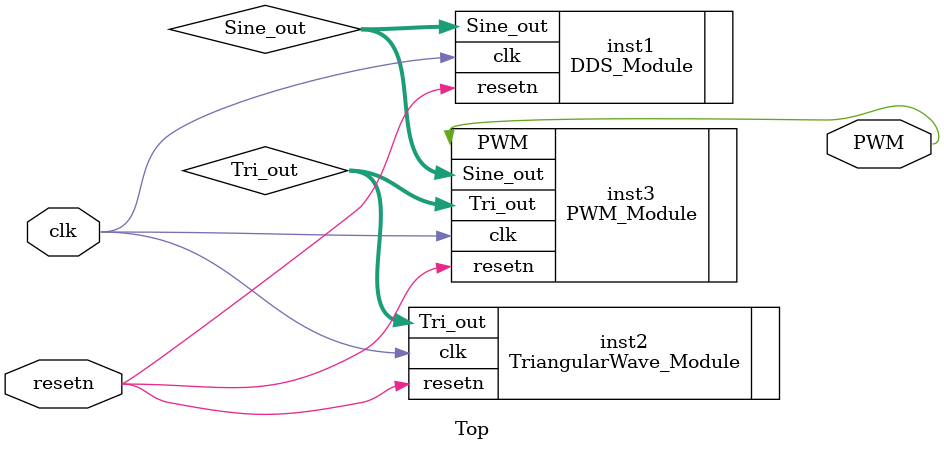
<source format=v>
`timescale 1ns / 1ps

module Top(
    input  clk, 
    input  resetn,
    output PWM
    );
    
    wire [15:0] Sine_out, Tri_out;
    
    DDS_Module inst1 (
    .clk(clk),
    .resetn(resetn),
    .Sine_out(Sine_out)
    );
    
    TriangularWave_Module inst2 (
    .clk(clk),
    .resetn(resetn),
    .Tri_out(Tri_out)
    );
    
    PWM_Module inst3 (
    .clk(clk),
    .resetn(resetn),
    .Sine_out(Sine_out),
    .Tri_out(Tri_out),
    .PWM(PWM)
    );
    
endmodule
</source>
